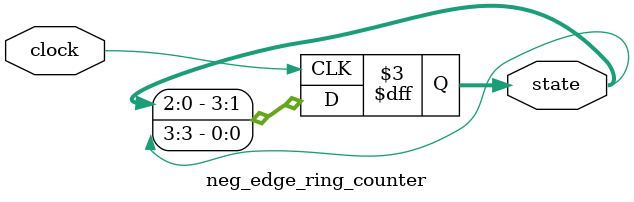
<source format=sv>
module neg_edge_ring_counter #(parameter BITS = 4)(
    input wire clock,
    output reg [BITS-1:0] state
);
    initial state = 4'b0001;
    
    always @(negedge clock) begin
        state <= {state[BITS-2:0], state[BITS-1]};
    end
endmodule
</source>
